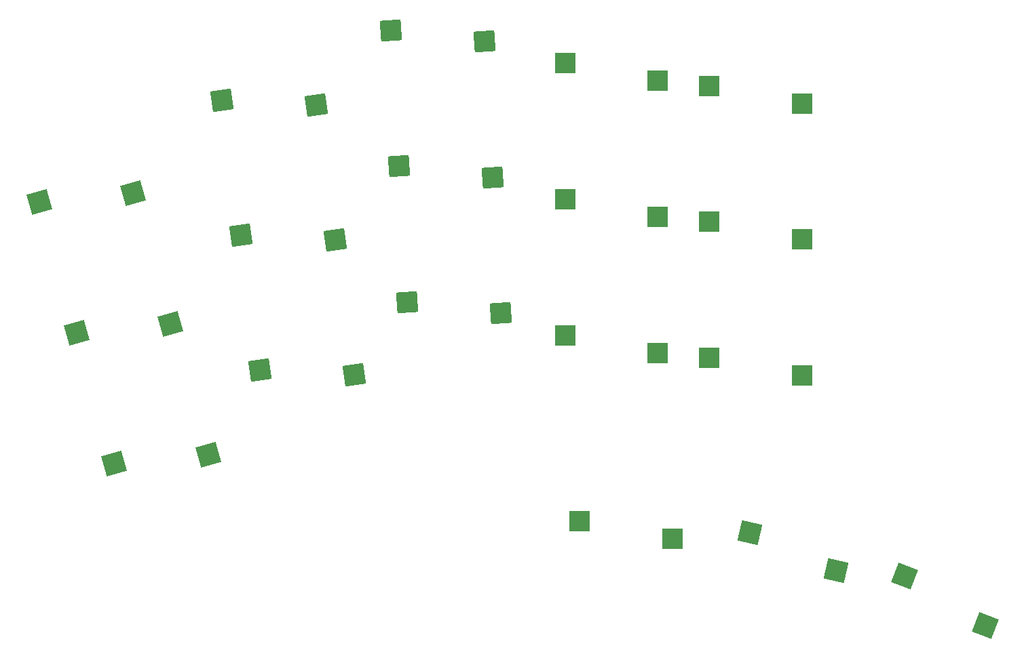
<source format=gbr>
%TF.GenerationSoftware,KiCad,Pcbnew,7.0.2-0*%
%TF.CreationDate,2023-05-11T15:53:10-04:00*%
%TF.ProjectId,mini,6d696e69-2e6b-4696-9361-645f70636258,v1.0.0*%
%TF.SameCoordinates,Original*%
%TF.FileFunction,Paste,Bot*%
%TF.FilePolarity,Positive*%
%FSLAX46Y46*%
G04 Gerber Fmt 4.6, Leading zero omitted, Abs format (unit mm)*
G04 Created by KiCad (PCBNEW 7.0.2-0) date 2023-05-11 15:53:10*
%MOMM*%
%LPD*%
G01*
G04 APERTURE LIST*
G04 Aperture macros list*
%AMRotRect*
0 Rectangle, with rotation*
0 The origin of the aperture is its center*
0 $1 length*
0 $2 width*
0 $3 Rotation angle, in degrees counterclockwise*
0 Add horizontal line*
21,1,$1,$2,0,0,$3*%
G04 Aperture macros list end*
%ADD10R,2.600000X2.600000*%
%ADD11RotRect,2.600000X2.600000X16.000000*%
%ADD12RotRect,2.600000X2.600000X339.000000*%
%ADD13RotRect,2.600000X2.600000X8.000000*%
%ADD14RotRect,2.600000X2.600000X347.000000*%
%ADD15RotRect,2.600000X2.600000X4.000000*%
G04 APERTURE END LIST*
D10*
%TO.C,S13*%
X169471574Y-81983756D03*
X181021574Y-84183756D03*
%TD*%
D11*
%TO.C,S1*%
X95211826Y-95183205D03*
X106920800Y-94114370D03*
%TD*%
D12*
%TO.C,S18*%
X193860402Y-109242670D03*
X203854847Y-115435697D03*
%TD*%
D13*
%TO.C,S5*%
X111050997Y-66644808D03*
X122794774Y-67215948D03*
%TD*%
D14*
%TO.C,S17*%
X174493971Y-103799539D03*
X185253053Y-108541338D03*
%TD*%
D10*
%TO.C,S12*%
X151471574Y-45150423D03*
X163021574Y-47350423D03*
%TD*%
D11*
%TO.C,S3*%
X85840156Y-62500307D03*
X97549130Y-61431472D03*
%TD*%
D15*
%TO.C,S8*%
X130740367Y-58051042D03*
X142415696Y-59439996D03*
%TD*%
%TO.C,S9*%
X129754019Y-41078502D03*
X141429348Y-42467456D03*
%TD*%
D10*
%TO.C,S16*%
X153271574Y-102383756D03*
X164821574Y-104583756D03*
%TD*%
D13*
%TO.C,S4*%
X113416940Y-83479365D03*
X125160717Y-84050505D03*
%TD*%
D10*
%TO.C,S14*%
X169471574Y-64983756D03*
X181021574Y-67183756D03*
%TD*%
D15*
%TO.C,S7*%
X131726714Y-75023583D03*
X143402043Y-76412537D03*
%TD*%
D10*
%TO.C,S10*%
X151471574Y-79150423D03*
X163021574Y-81350423D03*
%TD*%
%TO.C,S11*%
X151471574Y-62150423D03*
X163021574Y-64350423D03*
%TD*%
D13*
%TO.C,S6*%
X108685054Y-49810250D03*
X120428831Y-50381390D03*
%TD*%
D11*
%TO.C,S2*%
X90525991Y-78841756D03*
X102234965Y-77772921D03*
%TD*%
D10*
%TO.C,S15*%
X169471574Y-47983756D03*
X181021574Y-50183756D03*
%TD*%
M02*

</source>
